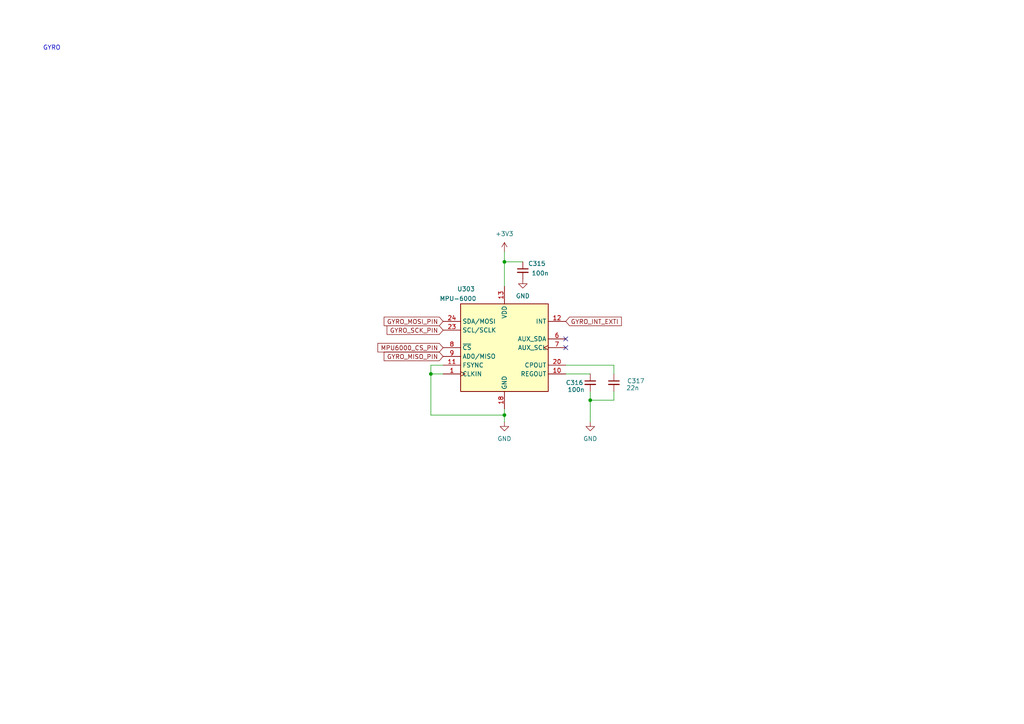
<source format=kicad_sch>
(kicad_sch (version 20211123) (generator eeschema)
  (paper "A4")
  (lib_symbols
    (symbol "Device:C_Small" (pin_numbers hide) (pin_names (offset 0.254) hide)
      (property "Reference" "C" (at 0.254 1.778 0))
      (property "Value" "C_Small" (at 0.254 -2.032 0))
      (symbol "C_Small_0_1"
        (polyline (pts (xy -1.524 -0.508) (xy 1.524 -0.508)) (stroke (width 0.3302)))
        (polyline (pts (xy -1.524 0.508) (xy 1.524 0.508)) (stroke (width 0.3048)))
      )
      (symbol "C_Small_1_1"
        (pin passive line (at 0 2.54 270) (length 2.032) (name "~") (number "1"))
        (pin passive line (at 0 -2.54 90) (length 2.032) (name "~") (number "2"))
      )
    )
    (symbol "Sensor_Motion:MPU-6000"
      (property "Reference" "U?" (at -10.922 16.764 0))
      (property "Value" "MPU-6000" (at -18.796 14.224 0))
      (symbol "MPU-6000_0_1"
        (rectangle (start -12.7 12.7) (end 12.7 -12.7) (stroke (width 0.254)) (fill (type background)))
      )
      (symbol "MPU-6000_1_1"
        (pin input clock (at -17.78 -7.62 0) (length 5.08) (name "CLKIN") (number "1"))
        (pin passive line (at 17.78 -7.62 180) (length 5.08) (name "REGOUT") (number "10"))
        (pin input line (at -17.78 -5.08 0) (length 5.08) (name "FSYNC") (number "11"))
        (pin output line (at 17.78 7.62 180) (length 5.08) (name "INT") (number "12"))
        (pin power_in line (at 0 17.78 270) (length 5.08) (name "VDD") (number "13"))
        (pin power_in line (at 0 -17.78 90) (length 5.08) (name "GND") (number "18"))
        (pin passive line (at 17.78 -5.08 180) (length 5.08) (name "CPOUT") (number "20"))
        (pin input line (at -17.78 5.08 0) (length 5.08) (name "SCL/SCLK") (number "23"))
        (pin bidirectional line (at -17.78 7.62 0) (length 5.08) (name "SDA/MOSI") (number "24"))
        (pin bidirectional line (at 17.78 2.54 180) (length 5.08) (name "AUX_SDA") (number "6"))
        (pin output clock (at 17.78 0 180) (length 5.08) (name "AUX_SCL") (number "7"))
        (pin input line (at -17.78 0 0) (length 5.08) (name "~{CS}") (number "8"))
        (pin bidirectional line (at -17.78 -2.54 0) (length 5.08) (name "AD0/MISO") (number "9"))
      )
    )
    (symbol "power:+3.3V" (power) (pin_names (offset 0))
      (property "Value" "+3.3V" (at 0 3.556 0))
      (symbol "+3.3V_0_1"
        (polyline (pts (xy -0.762 1.27) (xy 0 2.54)))
        (polyline (pts (xy 0 0) (xy 0 2.54)))
        (polyline (pts (xy 0 2.54) (xy 0.762 1.27)))
      )
      (symbol "+3.3V_1_1"
        (pin power_in line (at 0 0 90) (length 0) hide (name "+3V3") (number "1"))
      )
    )
    (symbol "power:GND" (power) (pin_names (offset 0))
      (property "Value" "GND" (at 0 -3.81 0))
      (symbol "GND_0_1"
        (polyline (pts (xy 0 0) (xy 0 -1.27) (xy 1.27 -1.27) (xy 0 -2.54) (xy -1.27 -1.27) (xy 0 -1.27)))
      )
      (symbol "GND_1_1"
        (pin power_in line (at 0 0 270) (length 0) hide (name "GND") (number "1"))
      )
    )
  )
  (junction (at 171.196 116.078))
  (junction (at 146.304 75.946))
  (junction (at 124.968 108.458))
  (junction (at 146.304 120.396))
  (no_connect (at 164.084 100.838))
  (no_connect (at 164.084 98.298))
  (wire (pts (xy 178.054 105.918) (xy 178.054 108.458)))
  (wire (pts (xy 171.196 116.078) (xy 171.196 122.428)))
  (wire (pts (xy 146.304 118.618) (xy 146.304 120.396)))
  (wire (pts (xy 124.968 105.918) (xy 124.968 108.458)))
  (wire (pts (xy 171.196 113.538) (xy 171.196 116.078)))
  (wire (pts (xy 124.968 120.396) (xy 146.304 120.396)))
  (wire (pts (xy 128.524 105.918) (xy 124.968 105.918)))
  (wire (pts (xy 171.196 116.078) (xy 178.054 116.078)))
  (wire (pts (xy 151.638 75.946) (xy 146.304 75.946)))
  (wire (pts (xy 164.084 108.458) (xy 171.196 108.458)))
  (wire (pts (xy 146.304 72.898) (xy 146.304 75.946)))
  (wire (pts (xy 124.968 108.458) (xy 124.968 120.396)))
  (wire (pts (xy 146.304 120.396) (xy 146.304 122.428)))
  (wire (pts (xy 164.084 105.918) (xy 178.054 105.918)))
  (wire (pts (xy 124.968 108.458) (xy 128.524 108.458)))
  (wire (pts (xy 146.304 75.946) (xy 146.304 83.058)))
  (wire (pts (xy 178.054 113.538) (xy 178.054 116.078)))
  (text "GYRO\n" (at 12.446 14.732 0) (effects (font (size 1.27 1.27)) (justify left bottom)))
  (global_label "GYRO_SCK_PIN" (shape input) (at 128.524 95.758 180) (property "Intersheet References" "${INTERSHEET_REFS}" (effects hide)))
  (global_label "GYRO_MISO_PIN" (shape input) (at 128.524 103.378 180) (property "Intersheet References" "${INTERSHEET_REFS}" (effects hide)))
  (global_label "GYRO_MOSI_PIN" (shape input) (at 128.524 93.218 180) (property "Intersheet References" "${INTERSHEET_REFS}" (effects hide)))
  (global_label "MPU6000_CS_PIN" (shape input) (at 128.524 100.838 180) (property "Intersheet References" "${INTERSHEET_REFS}" (effects hide)))
  (global_label "GYRO_INT_EXTI" (shape input) (at 164.084 93.218 0) (property "Intersheet References" "${INTERSHEET_REFS}" (effects hide)))
  (symbol (lib_id "power:+3.3V") (at 146.304 72.898 0) (unit 1)
    (property "Reference" "#PWR0328" (effects hide))
    (property "Value" "+3.3V" (at 146.304 67.818 0))
  )
  (symbol (lib_id "power:GND") (at 171.196 122.428 0) (unit 1)
    (property "Reference" "#PWR0331" (effects hide))
    (property "Value" "GND" (at 171.196 127.254 0))
  )
  (symbol (lib_id "Device:C_Small") (at 171.196 110.998 0) (unit 1)
    (property "Reference" "C316" (at 164.084 110.998 0) (effects (justify left)))
    (property "Value" "100n" (at 164.592 113.03 0) (effects (justify left)))
    (property "Footprint" "Capacitor_SMD:C_0402_1005Metric" (effects hide))
    (property "Datasheet" "https://jlcpcb.com/parts/componentSearch?isSearch=true&searchTxt=10n%200406" (effects hide))
    (property "LCSC Part #" "C15195" (effects hide))
  )
  (symbol (lib_id "Sensor_Motion:MPU-6000") (at 146.304 100.838 0) (unit 1)
    (property "Reference" "U303" (at 132.588 83.82 0) (effects (justify left)))
    (property "Value" "MPU-6000" (at 127.508 86.614 0) (effects (justify left)))
    (property "Footprint" "Sensor_Motion:InvenSense_QFN-24_4x4mm_P0.5mm" (effects hide))
    (property "Datasheet" "https://store.invensense.com/datasheets/invensense/MPU-6050_DataSheet_V3%204.pdf" (effects hide))
  )
  (symbol (lib_id "power:GND") (at 151.638 81.026 0) (unit 1)
    (property "Reference" "#PWR0330" (effects hide))
    (property "Value" "GND" (at 151.638 85.852 0))
  )
  (symbol (lib_id "Device:C_Small") (at 178.054 110.998 0) (unit 1)
    (property "Reference" "C317" (at 181.864 110.49 0) (effects (justify left)))
    (property "Value" "22n" (at 181.61 112.522 0) (effects (justify left)))
    (property "Footprint" "Capacitor_SMD:C_0402_1005Metric" (effects hide))
    (property "Datasheet" "https://jlcpcb.com/parts/componentSearch?isSearch=true&searchTxt=10n%200406" (effects hide))
    (property "LCSC Part #" "C15195" (effects hide))
  )
  (symbol (lib_id "Device:C_Small") (at 151.638 78.486 0) (unit 1)
    (property "Reference" "C315" (at 153.162 76.454 0) (effects (justify left)))
    (property "Value" "100n" (at 154.178 79.248 0) (effects (justify left)))
    (property "Footprint" "Capacitor_SMD:C_0402_1005Metric" (effects hide))
    (property "Datasheet" "https://jlcpcb.com/parts/componentSearch?isSearch=true&searchTxt=10n%200406" (effects hide))
    (property "LCSC Part #" "C15195" (effects hide))
  )
  (symbol (lib_id "power:GND") (at 146.304 122.428 0) (unit 1)
    (property "Reference" "#PWR0329" (effects hide))
    (property "Value" "GND" (at 146.304 127.254 0))
  )
)
</source>
